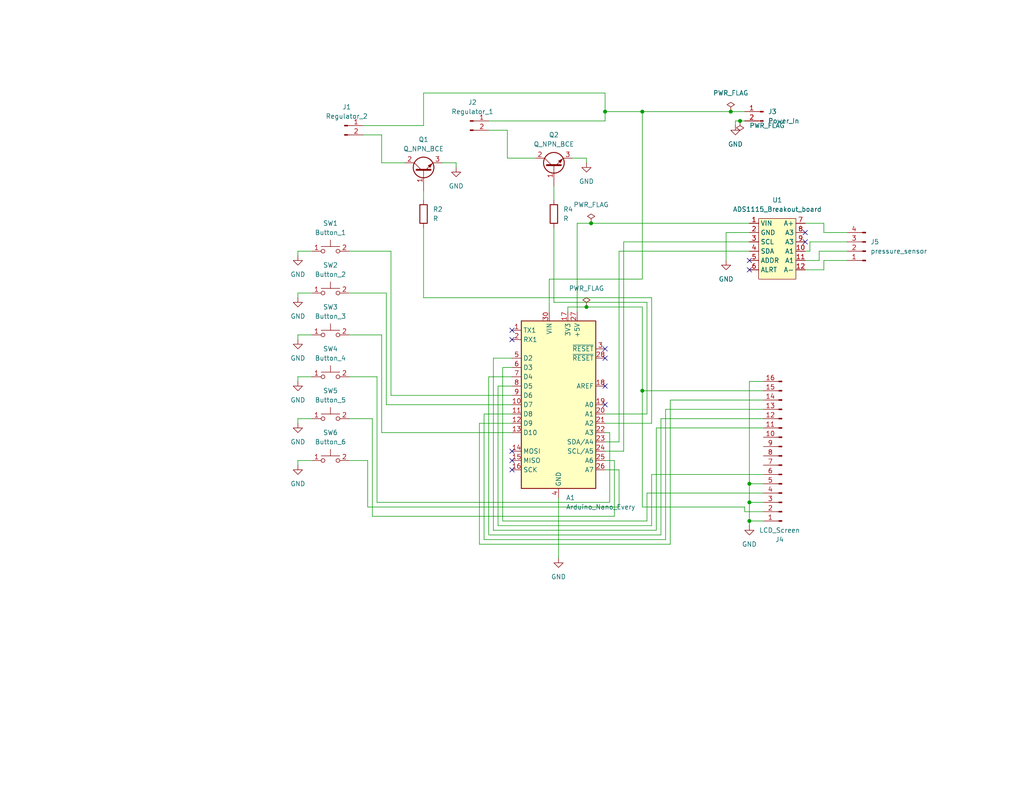
<source format=kicad_sch>
(kicad_sch (version 20211123) (generator eeschema)
  (paper "A")
  (title_block (title "Bike Pump") (date "2023-03-07") (rev "V1"))
  (lib_symbols
    (symbol "Conn_01x02_Male_1" (pin_names (offset 1.016) hide)
      (property "Reference" "J?" (at -1.27 -2.5401 0))
      (property "Value" "Power_In" (at -1.27 -0.0001 0))
      (symbol "Conn_01x02_Male_1_1_1"
        (polyline (pts (xy 1.27 -2.54) (xy 0.8636 -2.54)) (stroke (width 0.1524)))
        (polyline (pts (xy 1.27 0) (xy 0.8636 0)) (stroke (width 0.1524)))
        (rectangle (start 0.8636 -2.413) (end 0 -2.667) (stroke (width 0.1524)) (fill (type outline)))
        (rectangle (start 0.8636 0.127) (end 0 -0.127) (stroke (width 0.1524)) (fill (type outline)))
        (pin passive line (at 5.08 -2.54 180) (length 3.81) (name "-") (number "1"))
        (pin passive line (at 5.08 0 180) (length 3.81) (name "+") (number "2"))
      )
    )
    (symbol "Connector:Conn_01x02_Male" (pin_names (offset 1.016) hide)
      (property "Reference" "J" (at 0 2.54 0))
      (property "Value" "Conn_01x02_Male" (at 0 -5.08 0))
      (symbol "Conn_01x02_Male_1_1"
        (polyline (pts (xy 1.27 -2.54) (xy 0.8636 -2.54)) (stroke (width 0.1524)))
        (polyline (pts (xy 1.27 0) (xy 0.8636 0)) (stroke (width 0.1524)))
        (rectangle (start 0.8636 -2.413) (end 0 -2.667) (stroke (width 0.1524)) (fill (type outline)))
        (rectangle (start 0.8636 0.127) (end 0 -0.127) (stroke (width 0.1524)) (fill (type outline)))
        (pin passive line (at 5.08 0 180) (length 3.81) (name "Pin_1") (number "1"))
        (pin passive line (at 5.08 -2.54 180) (length 3.81) (name "Pin_2") (number "2"))
      )
    )
    (symbol "Connector:Conn_01x04_Male" (pin_names (offset 1.016) hide)
      (property "Reference" "J" (at 0 5.08 0))
      (property "Value" "Conn_01x04_Male" (at 0 -7.62 0))
      (symbol "Conn_01x04_Male_1_1"
        (polyline (pts (xy 1.27 -5.08) (xy 0.8636 -5.08)) (stroke (width 0.1524)))
        (polyline (pts (xy 1.27 -2.54) (xy 0.8636 -2.54)) (stroke (width 0.1524)))
        (polyline (pts (xy 1.27 0) (xy 0.8636 0)) (stroke (width 0.1524)))
        (polyline (pts (xy 1.27 2.54) (xy 0.8636 2.54)) (stroke (width 0.1524)))
        (rectangle (start 0.8636 -4.953) (end 0 -5.207) (stroke (width 0.1524)) (fill (type outline)))
        (rectangle (start 0.8636 -2.413) (end 0 -2.667) (stroke (width 0.1524)) (fill (type outline)))
        (rectangle (start 0.8636 0.127) (end 0 -0.127) (stroke (width 0.1524)) (fill (type outline)))
        (rectangle (start 0.8636 2.667) (end 0 2.413) (stroke (width 0.1524)) (fill (type outline)))
        (pin passive line (at 5.08 2.54 180) (length 3.81) (name "Pin_1") (number "1"))
        (pin passive line (at 5.08 0 180) (length 3.81) (name "Pin_2") (number "2"))
        (pin passive line (at 5.08 -2.54 180) (length 3.81) (name "Pin_3") (number "3"))
        (pin passive line (at 5.08 -5.08 180) (length 3.81) (name "Pin_4") (number "4"))
      )
    )
    (symbol "Connector:Conn_01x16_Male" (pin_names (offset 1.016) hide)
      (property "Reference" "J" (at 0 20.32 0))
      (property "Value" "Conn_01x16_Male" (at 0 -22.86 0))
      (symbol "Conn_01x16_Male_1_1"
        (polyline (pts (xy 1.27 -20.32) (xy 0.8636 -20.32)) (stroke (width 0.1524)))
        (polyline (pts (xy 1.27 -17.78) (xy 0.8636 -17.78)) (stroke (width 0.1524)))
        (polyline (pts (xy 1.27 -15.24) (xy 0.8636 -15.24)) (stroke (width 0.1524)))
        (polyline (pts (xy 1.27 -12.7) (xy 0.8636 -12.7)) (stroke (width 0.1524)))
        (polyline (pts (xy 1.27 -10.16) (xy 0.8636 -10.16)) (stroke (width 0.1524)))
        (polyline (pts (xy 1.27 -7.62) (xy 0.8636 -7.62)) (stroke (width 0.1524)))
        (polyline (pts (xy 1.27 -5.08) (xy 0.8636 -5.08)) (stroke (width 0.1524)))
        (polyline (pts (xy 1.27 -2.54) (xy 0.8636 -2.54)) (stroke (width 0.1524)))
        (polyline (pts (xy 1.27 0) (xy 0.8636 0)) (stroke (width 0.1524)))
        (polyline (pts (xy 1.27 2.54) (xy 0.8636 2.54)) (stroke (width 0.1524)))
        (polyline (pts (xy 1.27 5.08) (xy 0.8636 5.08)) (stroke (width 0.1524)))
        (polyline (pts (xy 1.27 7.62) (xy 0.8636 7.62)) (stroke (width 0.1524)))
        (polyline (pts (xy 1.27 10.16) (xy 0.8636 10.16)) (stroke (width 0.1524)))
        (polyline (pts (xy 1.27 12.7) (xy 0.8636 12.7)) (stroke (width 0.1524)))
        (polyline (pts (xy 1.27 15.24) (xy 0.8636 15.24)) (stroke (width 0.1524)))
        (polyline (pts (xy 1.27 17.78) (xy 0.8636 17.78)) (stroke (width 0.1524)))
        (rectangle (start 0.8636 -20.193) (end 0 -20.447) (stroke (width 0.1524)) (fill (type outline)))
        (rectangle (start 0.8636 -17.653) (end 0 -17.907) (stroke (width 0.1524)) (fill (type outline)))
        (rectangle (start 0.8636 -15.113) (end 0 -15.367) (stroke (width 0.1524)) (fill (type outline)))
        (rectangle (start 0.8636 -12.573) (end 0 -12.827) (stroke (width 0.1524)) (fill (type outline)))
        (rectangle (start 0.8636 -10.033) (end 0 -10.287) (stroke (width 0.1524)) (fill (type outline)))
        (rectangle (start 0.8636 -7.493) (end 0 -7.747) (stroke (width 0.1524)) (fill (type outline)))
        (rectangle (start 0.8636 -4.953) (end 0 -5.207) (stroke (width 0.1524)) (fill (type outline)))
        (rectangle (start 0.8636 -2.413) (end 0 -2.667) (stroke (width 0.1524)) (fill (type outline)))
        (rectangle (start 0.8636 0.127) (end 0 -0.127) (stroke (width 0.1524)) (fill (type outline)))
        (rectangle (start 0.8636 2.667) (end 0 2.413) (stroke (width 0.1524)) (fill (type outline)))
        (rectangle (start 0.8636 5.207) (end 0 4.953) (stroke (width 0.1524)) (fill (type outline)))
        (rectangle (start 0.8636 7.747) (end 0 7.493) (stroke (width 0.1524)) (fill (type outline)))
        (rectangle (start 0.8636 10.287) (end 0 10.033) (stroke (width 0.1524)) (fill (type outline)))
        (rectangle (start 0.8636 12.827) (end 0 12.573) (stroke (width 0.1524)) (fill (type outline)))
        (rectangle (start 0.8636 15.367) (end 0 15.113) (stroke (width 0.1524)) (fill (type outline)))
        (rectangle (start 0.8636 17.907) (end 0 17.653) (stroke (width 0.1524)) (fill (type outline)))
        (pin passive line (at 5.08 17.78 180) (length 3.81) (name "Pin_1") (number "1"))
        (pin passive line (at 5.08 -5.08 180) (length 3.81) (name "Pin_10") (number "10"))
        (pin passive line (at 5.08 -7.62 180) (length 3.81) (name "Pin_11") (number "11"))
        (pin passive line (at 5.08 -10.16 180) (length 3.81) (name "Pin_12") (number "12"))
        (pin passive line (at 5.08 -12.7 180) (length 3.81) (name "Pin_13") (number "13"))
        (pin passive line (at 5.08 -15.24 180) (length 3.81) (name "Pin_14") (number "14"))
        (pin passive line (at 5.08 -17.78 180) (length 3.81) (name "Pin_15") (number "15"))
        (pin passive line (at 5.08 -20.32 180) (length 3.81) (name "Pin_16") (number "16"))
        (pin passive line (at 5.08 15.24 180) (length 3.81) (name "Pin_2") (number "2"))
        (pin passive line (at 5.08 12.7 180) (length 3.81) (name "Pin_3") (number "3"))
        (pin passive line (at 5.08 10.16 180) (length 3.81) (name "Pin_4") (number "4"))
        (pin passive line (at 5.08 7.62 180) (length 3.81) (name "Pin_5") (number "5"))
        (pin passive line (at 5.08 5.08 180) (length 3.81) (name "Pin_6") (number "6"))
        (pin passive line (at 5.08 2.54 180) (length 3.81) (name "Pin_7") (number "7"))
        (pin passive line (at 5.08 0 180) (length 3.81) (name "Pin_8") (number "8"))
        (pin passive line (at 5.08 -2.54 180) (length 3.81) (name "Pin_9") (number "9"))
      )
    )
    (symbol "Device:Q_NPN_BCE" (pin_names (offset 0) hide)
      (property "Reference" "Q" (at 5.08 1.27 0))
      (property "Value" "Q_NPN_BCE" (at 5.08 -1.27 0))
      (symbol "Q_NPN_BCE_0_1"
        (polyline (pts (xy 0.635 0.635) (xy 2.54 2.54)))
        (polyline (pts (xy 0.635 -0.635) (xy 2.54 -2.54) (xy 2.54 -2.54)))
        (polyline (pts (xy 0.635 1.905) (xy 0.635 -1.905) (xy 0.635 -1.905)) (stroke (width 0.508)))
        (polyline (pts (xy 1.27 -1.778) (xy 1.778 -1.27) (xy 2.286 -2.286) (xy 1.27 -1.778) (xy 1.27 -1.778)) (fill (type outline)))
        (circle (center 1.27 0) (radius 2.8194) (stroke (width 0.254)))
      )
      (symbol "Q_NPN_BCE_1_1"
        (pin input line (at -5.08 0 0) (length 5.715) (name "B") (number "1"))
        (pin passive line (at 2.54 5.08 270) (length 2.54) (name "C") (number "2"))
        (pin passive line (at 2.54 -5.08 90) (length 2.54) (name "E") (number "3"))
      )
    )
    (symbol "Device:R" (pin_numbers hide) (pin_names (offset 0))
      (property "Reference" "R" (at 2.032 0 90))
      (property "Value" "R" (at 0 0 90))
      (symbol "R_0_1"
        (rectangle (start -1.016 -2.54) (end 1.016 2.54) (stroke (width 0.254)))
      )
      (symbol "R_1_1"
        (pin passive line (at 0 3.81 270) (length 1.27) (name "~") (number "1"))
        (pin passive line (at 0 -3.81 90) (length 1.27) (name "~") (number "2"))
      )
    )
    (symbol "MCU_Module:Arduino_Nano_Every"
      (property "Reference" "A" (at -10.16 23.495 0))
      (property "Value" "Arduino_Nano_Every" (at 5.08 -24.13 0))
      (symbol "Arduino_Nano_Every_0_1"
        (rectangle (start -10.16 22.86) (end 10.16 -22.86) (stroke (width 0.254)) (fill (type background)))
      )
      (symbol "Arduino_Nano_Every_1_1"
        (pin bidirectional line (at -12.7 20.32 0) (length 2.54) (name "TX1") (number "1"))
        (pin bidirectional line (at -12.7 0 0) (length 2.54) (name "D7") (number "10"))
        (pin bidirectional line (at -12.7 -2.54 0) (length 2.54) (name "D8") (number "11"))
        (pin bidirectional line (at -12.7 -5.08 0) (length 2.54) (name "D9") (number "12"))
        (pin bidirectional line (at -12.7 -7.62 0) (length 2.54) (name "D10") (number "13"))
        (pin bidirectional line (at -12.7 -12.7 0) (length 2.54) (name "MOSI") (number "14"))
        (pin bidirectional line (at -12.7 -15.24 0) (length 2.54) (name "MISO") (number "15"))
        (pin bidirectional line (at -12.7 -17.78 0) (length 2.54) (name "SCK") (number "16"))
        (pin power_out line (at 2.54 25.4 270) (length 2.54) (name "3V3") (number "17"))
        (pin input line (at 12.7 5.08 180) (length 2.54) (name "AREF") (number "18"))
        (pin bidirectional line (at 12.7 0 180) (length 2.54) (name "A0") (number "19"))
        (pin bidirectional line (at -12.7 17.78 0) (length 2.54) (name "RX1") (number "2"))
        (pin bidirectional line (at 12.7 -2.54 180) (length 2.54) (name "A1") (number "20"))
        (pin bidirectional line (at 12.7 -5.08 180) (length 2.54) (name "A2") (number "21"))
        (pin bidirectional line (at 12.7 -7.62 180) (length 2.54) (name "A3") (number "22"))
        (pin bidirectional line (at 12.7 -10.16 180) (length 2.54) (name "SDA/A4") (number "23"))
        (pin bidirectional line (at 12.7 -12.7 180) (length 2.54) (name "SCL/A5") (number "24"))
        (pin bidirectional line (at 12.7 -15.24 180) (length 2.54) (name "A6") (number "25"))
        (pin bidirectional line (at 12.7 -17.78 180) (length 2.54) (name "A7") (number "26"))
        (pin power_out line (at 5.08 25.4 270) (length 2.54) (name "+5V") (number "27"))
        (pin input line (at 12.7 12.7 180) (length 2.54) (name "~{RESET}") (number "28"))
        (pin passive line (at 0 -25.4 90) (length 2.54) hide (name "GND") (number "29"))
        (pin input line (at 12.7 15.24 180) (length 2.54) (name "~{RESET}") (number "3"))
        (pin power_in line (at -2.54 25.4 270) (length 2.54) (name "VIN") (number "30"))
        (pin power_in line (at 0 -25.4 90) (length 2.54) (name "GND") (number "4"))
        (pin bidirectional line (at -12.7 12.7 0) (length 2.54) (name "D2") (number "5"))
        (pin bidirectional line (at -12.7 10.16 0) (length 2.54) (name "D3") (number "6"))
        (pin bidirectional line (at -12.7 7.62 0) (length 2.54) (name "D4") (number "7"))
        (pin bidirectional line (at -12.7 5.08 0) (length 2.54) (name "D5") (number "8"))
        (pin bidirectional line (at -12.7 2.54 0) (length 2.54) (name "D6") (number "9"))
      )
    )
    (symbol "SW_MEC_5G_1" (pin_names (offset 1.016) hide)
      (property "Reference" "SW2" (at 0 7.62 0))
      (property "Value" "Button_2" (at 0 5.08 0))
      (symbol "SW_MEC_5G_1_0_1"
        (circle (center -2.032 0) (radius 0.508))
        (polyline (pts (xy 0 1.27) (xy 0 3.048)))
        (polyline (pts (xy 2.54 1.27) (xy -2.54 1.27)))
        (circle (center 2.032 0) (radius 0.508))
        (pin passive line (at -5.08 0 0) (length 2.54) (name "A") (number "1"))
        (pin passive line (at 5.08 0 180) (length 2.54) (name "2") (number "2"))
      )
      (symbol "SW_MEC_5G_1_1_1"
        (pin passive line (at -5.08 0 0) (length 2.54) hide (name "A") (number "1"))
        (pin passive line (at 5.08 0 180) (length 2.54) hide (name "B") (number "2"))
      )
    )
    (symbol "SW_Push_1" (pin_names (offset 1.016) hide)
      (property "Reference" "SW" (at 1.27 2.54 0))
      (property "Value" "SW_Push_1" (at 0 -1.524 0))
      (symbol "SW_Push_1_0_1"
        (circle (center -2.032 0) (radius 0.508))
        (polyline (pts (xy 0 1.27) (xy 0 3.048)))
        (polyline (pts (xy 2.54 1.27) (xy -2.54 1.27)))
        (circle (center 2.032 0) (radius 0.508))
        (pin passive line (at -5.08 0 0) (length 2.54) (name "1") (number "1"))
        (pin passive line (at 5.08 0 180) (length 2.54) (name "2") (number "2"))
      )
    )
    (symbol "SW_Push_2" (pin_names (offset 1.016) hide)
      (property "Reference" "SW" (at 1.27 2.54 0))
      (property "Value" "SW_Push_2" (at 0 -1.524 0))
      (symbol "SW_Push_2_0_1"
        (circle (center -2.032 0) (radius 0.508))
        (polyline (pts (xy 0 1.27) (xy 0 3.048)))
        (polyline (pts (xy 2.54 1.27) (xy -2.54 1.27)))
        (circle (center 2.032 0) (radius 0.508))
        (pin passive line (at -5.08 0 0) (length 2.54) (name "1") (number "1"))
        (pin passive line (at 5.08 0 180) (length 2.54) (name "2") (number "2"))
      )
    )
    (symbol "SW_Push_3" (pin_names (offset 1.016) hide)
      (property "Reference" "SW" (at 1.27 2.54 0))
      (property "Value" "SW_Push_3" (at 0 -1.524 0))
      (symbol "SW_Push_3_0_1"
        (circle (center -2.032 0) (radius 0.508))
        (polyline (pts (xy 0 1.27) (xy 0 3.048)))
        (polyline (pts (xy 2.54 1.27) (xy -2.54 1.27)))
        (circle (center 2.032 0) (radius 0.508))
        (pin passive line (at -5.08 0 0) (length 2.54) (name "1") (number "1"))
        (pin passive line (at 5.08 0 180) (length 2.54) (name "2") (number "2"))
      )
    )
    (symbol "SW_Push_4" (pin_names (offset 1.016) hide)
      (property "Reference" "SW" (at 1.27 2.54 0))
      (property "Value" "SW_Push_4" (at 0 -1.524 0))
      (symbol "SW_Push_4_0_1"
        (circle (center -2.032 0) (radius 0.508))
        (polyline (pts (xy 0 1.27) (xy 0 3.048)))
        (polyline (pts (xy 2.54 1.27) (xy -2.54 1.27)))
        (circle (center 2.032 0) (radius 0.508))
        (pin passive line (at -5.08 0 0) (length 2.54) (name "1") (number "1"))
        (pin passive line (at 5.08 0 180) (length 2.54) (name "2") (number "2"))
      )
    )
    (symbol "Switch:SW_Push" (pin_names (offset 1.016) hide)
      (property "Reference" "SW" (at 1.27 2.54 0))
      (property "Value" "SW_Push" (at 0 -1.524 0))
      (symbol "SW_Push_0_1"
        (circle (center -2.032 0) (radius 0.508))
        (polyline (pts (xy 0 1.27) (xy 0 3.048)))
        (polyline (pts (xy 2.54 1.27) (xy -2.54 1.27)))
        (circle (center 2.032 0) (radius 0.508))
        (pin passive line (at -5.08 0 0) (length 2.54) (name "1") (number "1"))
        (pin passive line (at 5.08 0 180) (length 2.54) (name "2") (number "2"))
      )
    )
    (symbol "adafruit_ADS1115:ADS1115_Breakout_board"
      (property "Reference" "U" (at 0 10.16 0))
      (property "Value" "ADS1115_Breakout_board" (at 0 -10.16 0))
      (symbol "ADS1115_Breakout_board_0_1"
        (rectangle (start -5.08 7.62) (end 5.08 -8.89) (fill (type background)))
      )
      (symbol "ADS1115_Breakout_board_1_1"
        (pin input line (at -7.62 6.35 0) (length 2.54) (name "VIN") (number "1"))
        (pin input line (at 7.62 -1.27 180) (length 2.54) (name "A1") (number "10"))
        (pin input line (at 7.62 -3.81 180) (length 2.54) (name "A1") (number "11"))
        (pin input line (at 7.62 -6.35 180) (length 2.54) (name "A-") (number "12"))
        (pin input line (at -7.62 3.81 0) (length 2.54) (name "GND") (number "2"))
        (pin input line (at -7.62 1.27 0) (length 2.54) (name "SCL") (number "3"))
        (pin input line (at -7.62 -1.27 0) (length 2.54) (name "SDA") (number "4"))
        (pin input line (at -7.62 -3.81 0) (length 2.54) (name "ADDR") (number "5"))
        (pin input line (at -7.62 -6.35 0) (length 2.54) (name "ALRT") (number "6"))
        (pin input line (at 7.62 6.35 180) (length 2.54) (name "A+") (number "7"))
        (pin input line (at 7.62 3.81 180) (length 2.54) (name "A3") (number "8"))
        (pin input line (at 7.62 1.27 180) (length 2.54) (name "A3") (number "9"))
      )
    )
    (symbol "power:GND" (power) (pin_names (offset 0))
      (property "Value" "GND" (at 0 -3.81 0))
      (symbol "GND_0_1"
        (polyline (pts (xy 0 0) (xy 0 -1.27) (xy 1.27 -1.27) (xy 0 -2.54) (xy -1.27 -1.27) (xy 0 -1.27)))
      )
      (symbol "GND_1_1"
        (pin power_in line (at 0 0 270) (length 0) hide (name "GND") (number "1"))
      )
    )
    (symbol "power:PWR_FLAG" (power) (pin_numbers hide) (pin_names (offset 0) hide)
      (property "Value" "PWR_FLAG" (at 0 3.81 0))
      (symbol "PWR_FLAG_0_0"
        (pin power_out line (at 0 0 90) (length 0) (name "pwr") (number "1"))
      )
      (symbol "PWR_FLAG_0_1"
        (polyline (pts (xy 0 0) (xy 0 1.27) (xy -1.016 1.905) (xy 0 2.54) (xy 1.016 1.905) (xy 0 1.27)))
      )
    )
  )
  (junction (at 204.47 142.24))
  (junction (at 199.39 30.48))
  (junction (at 175.26 30.48))
  (junction (at 204.47 137.16))
  (junction (at 204.47 132.08))
  (junction (at 201.93 33.02))
  (junction (at 161.29 60.96))
  (junction (at 175.26 106.68))
  (junction (at 165.1 30.48))
  (junction (at 160.02 83.82))
  (no_connect (at 219.71 63.5))
  (no_connect (at 165.1 110.49))
  (no_connect (at 139.7 128.27))
  (no_connect (at 139.7 123.19))
  (no_connect (at 139.7 90.17))
  (no_connect (at 204.47 71.12))
  (no_connect (at 139.7 125.73))
  (no_connect (at 165.1 95.25))
  (no_connect (at 165.1 105.41))
  (no_connect (at 165.1 97.79))
  (no_connect (at 139.7 92.71))
  (no_connect (at 204.47 73.66))
  (no_connect (at 219.71 66.04))
  (wire (pts (xy 165.1 123.19) (xy 170.18 123.19)))
  (wire (pts (xy 106.68 68.58) (xy 95.25 68.58)))
  (wire (pts (xy 166.37 137.16) (xy 102.87 137.16)))
  (wire (pts (xy 203.2 33.02) (xy 201.93 33.02)))
  (wire (pts (xy 135.89 143.51) (xy 135.89 105.41)))
  (wire (pts (xy 115.57 81.28) (xy 177.8 81.28)))
  (wire (pts (xy 199.39 30.48) (xy 175.26 30.48)))
  (wire (pts (xy 204.47 142.24) (xy 204.47 143.51)))
  (wire (pts (xy 102.87 102.87) (xy 95.25 102.87)))
  (wire (pts (xy 81.28 102.87) (xy 85.09 102.87)))
  (wire (pts (xy 208.28 142.24) (xy 204.47 142.24)))
  (wire (pts (xy 168.91 138.43) (xy 100.33 138.43)))
  (wire (pts (xy 180.34 114.3) (xy 208.28 114.3)))
  (wire (pts (xy 208.28 129.54) (xy 177.8 129.54)))
  (wire (pts (xy 104.14 91.44) (xy 95.25 91.44)))
  (wire (pts (xy 177.8 81.28) (xy 177.8 115.57)))
  (wire (pts (xy 137.16 142.24) (xy 137.16 100.33)))
  (wire (pts (xy 81.28 68.58) (xy 85.09 68.58)))
  (wire (pts (xy 130.81 115.57) (xy 130.81 148.59)))
  (wire (pts (xy 208.28 132.08) (xy 204.47 132.08)))
  (wire (pts (xy 81.28 80.01) (xy 85.09 80.01)))
  (wire (pts (xy 167.64 140.97) (xy 101.6 140.97)))
  (wire (pts (xy 139.7 118.11) (xy 104.14 118.11)))
  (wire (pts (xy 177.8 143.51) (xy 135.89 143.51)))
  (wire (pts (xy 208.28 116.84) (xy 179.07 116.84)))
  (wire (pts (xy 175.26 30.48) (xy 175.26 76.2)))
  (wire (pts (xy 224.79 63.5) (xy 224.79 60.96)))
  (wire (pts (xy 157.48 60.96) (xy 157.48 85.09)))
  (wire (pts (xy 167.64 125.73) (xy 167.64 140.97)))
  (wire (pts (xy 165.1 128.27) (xy 168.91 128.27)))
  (wire (pts (xy 104.14 44.45) (xy 110.49 44.45)))
  (wire (pts (xy 168.91 120.65) (xy 165.1 120.65)))
  (wire (pts (xy 130.81 148.59) (xy 182.88 148.59)))
  (wire (pts (xy 208.28 104.14) (xy 204.47 104.14)))
  (wire (pts (xy 154.94 83.82) (xy 154.94 85.09)))
  (wire (pts (xy 149.86 76.2) (xy 149.86 85.09)))
  (wire (pts (xy 220.98 66.04) (xy 220.98 68.58)))
  (wire (pts (xy 133.35 146.05) (xy 180.34 146.05)))
  (wire (pts (xy 99.06 36.83) (xy 104.14 36.83)))
  (wire (pts (xy 204.47 68.58) (xy 168.91 68.58)))
  (wire (pts (xy 198.12 63.5) (xy 204.47 63.5)))
  (wire (pts (xy 139.7 113.03) (xy 132.08 113.03)))
  (wire (pts (xy 100.33 125.73) (xy 95.25 125.73)))
  (wire (pts (xy 104.14 118.11) (xy 104.14 91.44)))
  (wire (pts (xy 177.8 129.54) (xy 177.8 143.51)))
  (wire (pts (xy 133.35 102.87) (xy 133.35 146.05)))
  (wire (pts (xy 168.91 128.27) (xy 168.91 138.43)))
  (wire (pts (xy 176.53 113.03) (xy 165.1 113.03)))
  (wire (pts (xy 175.26 138.43) (xy 203.2 138.43)))
  (wire (pts (xy 231.14 68.58) (xy 223.52 68.58)))
  (wire (pts (xy 200.66 33.02) (xy 200.66 34.29)))
  (wire (pts (xy 100.33 138.43) (xy 100.33 125.73)))
  (wire (pts (xy 81.28 127) (xy 81.28 125.73)))
  (wire (pts (xy 208.28 139.7) (xy 203.2 139.7)))
  (wire (pts (xy 132.08 113.03) (xy 132.08 147.32)))
  (wire (pts (xy 165.1 125.73) (xy 167.64 125.73)))
  (wire (pts (xy 170.18 66.04) (xy 204.47 66.04)))
  (wire (pts (xy 224.79 60.96) (xy 219.71 60.96)))
  (wire (pts (xy 180.34 114.3) (xy 180.34 146.05)))
  (wire (pts (xy 115.57 62.23) (xy 115.57 81.28)))
  (wire (pts (xy 181.61 111.76) (xy 208.28 111.76)))
  (wire (pts (xy 161.29 60.96) (xy 157.48 60.96)))
  (wire (pts (xy 160.02 43.18) (xy 160.02 44.45)))
  (wire (pts (xy 165.1 118.11) (xy 166.37 118.11)))
  (wire (pts (xy 175.26 106.68) (xy 175.26 83.82)))
  (wire (pts (xy 181.61 147.32) (xy 181.61 111.76)))
  (wire (pts (xy 134.62 97.79) (xy 139.7 97.79)))
  (wire (pts (xy 81.28 114.3) (xy 81.28 115.57)))
  (wire (pts (xy 176.53 134.62) (xy 176.53 142.24)))
  (wire (pts (xy 139.7 107.95) (xy 106.68 107.95)))
  (wire (pts (xy 137.16 100.33) (xy 139.7 100.33)))
  (wire (pts (xy 182.88 109.22) (xy 208.28 109.22)))
  (wire (pts (xy 133.35 35.56) (xy 138.43 35.56)))
  (wire (pts (xy 231.14 63.5) (xy 224.79 63.5)))
  (wire (pts (xy 102.87 137.16) (xy 102.87 102.87)))
  (wire (pts (xy 115.57 52.07) (xy 115.57 54.61)))
  (wire (pts (xy 223.52 68.58) (xy 223.52 71.12)))
  (wire (pts (xy 105.41 110.49) (xy 105.41 80.01)))
  (wire (pts (xy 176.53 82.55) (xy 176.53 113.03)))
  (wire (pts (xy 152.4 135.89) (xy 152.4 152.4)))
  (wire (pts (xy 135.89 105.41) (xy 139.7 105.41)))
  (wire (pts (xy 104.14 36.83) (xy 104.14 44.45)))
  (wire (pts (xy 139.7 115.57) (xy 130.81 115.57)))
  (wire (pts (xy 81.28 92.71) (xy 81.28 91.44)))
  (wire (pts (xy 160.02 83.82) (xy 154.94 83.82)))
  (wire (pts (xy 179.07 144.78) (xy 134.62 144.78)))
  (wire (pts (xy 224.79 71.12) (xy 224.79 73.66)))
  (wire (pts (xy 138.43 43.18) (xy 146.05 43.18)))
  (wire (pts (xy 201.93 33.02) (xy 200.66 33.02)))
  (wire (pts (xy 179.07 116.84) (xy 179.07 144.78)))
  (wire (pts (xy 219.71 71.12) (xy 223.52 71.12)))
  (wire (pts (xy 165.1 25.4) (xy 115.57 25.4)))
  (wire (pts (xy 203.2 30.48) (xy 199.39 30.48)))
  (wire (pts (xy 165.1 30.48) (xy 165.1 25.4)))
  (wire (pts (xy 198.12 71.12) (xy 198.12 63.5)))
  (wire (pts (xy 231.14 71.12) (xy 224.79 71.12)))
  (wire (pts (xy 177.8 115.57) (xy 165.1 115.57)))
  (wire (pts (xy 106.68 107.95) (xy 106.68 68.58)))
  (wire (pts (xy 182.88 148.59) (xy 182.88 109.22)))
  (wire (pts (xy 208.28 137.16) (xy 204.47 137.16)))
  (wire (pts (xy 165.1 33.02) (xy 133.35 33.02)))
  (wire (pts (xy 151.13 62.23) (xy 151.13 82.55)))
  (wire (pts (xy 231.14 66.04) (xy 220.98 66.04)))
  (wire (pts (xy 138.43 35.56) (xy 138.43 43.18)))
  (wire (pts (xy 139.7 102.87) (xy 133.35 102.87)))
  (wire (pts (xy 151.13 50.8) (xy 151.13 54.61)))
  (wire (pts (xy 156.21 43.18) (xy 160.02 43.18)))
  (wire (pts (xy 85.09 114.3) (xy 81.28 114.3)))
  (wire (pts (xy 170.18 123.19) (xy 170.18 66.04)))
  (wire (pts (xy 175.26 106.68) (xy 208.28 106.68)))
  (wire (pts (xy 166.37 118.11) (xy 166.37 137.16)))
  (wire (pts (xy 139.7 110.49) (xy 105.41 110.49)))
  (wire (pts (xy 151.13 82.55) (xy 176.53 82.55)))
  (wire (pts (xy 105.41 80.01) (xy 95.25 80.01)))
  (wire (pts (xy 81.28 125.73) (xy 85.09 125.73)))
  (wire (pts (xy 81.28 69.85) (xy 81.28 68.58)))
  (wire (pts (xy 175.26 138.43) (xy 175.26 106.68)))
  (wire (pts (xy 176.53 142.24) (xy 137.16 142.24)))
  (wire (pts (xy 120.65 44.45) (xy 124.46 44.45)))
  (wire (pts (xy 81.28 104.14) (xy 81.28 102.87)))
  (wire (pts (xy 204.47 104.14) (xy 204.47 132.08)))
  (wire (pts (xy 224.79 73.66) (xy 219.71 73.66)))
  (wire (pts (xy 204.47 60.96) (xy 161.29 60.96)))
  (wire (pts (xy 204.47 132.08) (xy 204.47 137.16)))
  (wire (pts (xy 203.2 139.7) (xy 203.2 138.43)))
  (wire (pts (xy 124.46 44.45) (xy 124.46 45.72)))
  (wire (pts (xy 175.26 30.48) (xy 165.1 30.48)))
  (wire (pts (xy 175.26 83.82) (xy 160.02 83.82)))
  (wire (pts (xy 168.91 68.58) (xy 168.91 120.65)))
  (wire (pts (xy 208.28 134.62) (xy 176.53 134.62)))
  (wire (pts (xy 115.57 34.29) (xy 99.06 34.29)))
  (wire (pts (xy 175.26 76.2) (xy 149.86 76.2)))
  (wire (pts (xy 132.08 147.32) (xy 181.61 147.32)))
  (wire (pts (xy 81.28 81.28) (xy 81.28 80.01)))
  (wire (pts (xy 101.6 114.3) (xy 95.25 114.3)))
  (wire (pts (xy 101.6 140.97) (xy 101.6 114.3)))
  (wire (pts (xy 115.57 25.4) (xy 115.57 34.29)))
  (wire (pts (xy 204.47 137.16) (xy 204.47 142.24)))
  (wire (pts (xy 81.28 91.44) (xy 85.09 91.44)))
  (wire (pts (xy 134.62 144.78) (xy 134.62 97.79)))
  (wire (pts (xy 165.1 30.48) (xy 165.1 33.02)))
  (wire (pts (xy 219.71 68.58) (xy 220.98 68.58)))
  (symbol (lib_id "power:GND") (at 81.28 127 0) (unit 1)
    (property "Reference" "#PWR0105" (effects hide))
    (property "Value" "GND" (at 81.28 132.08 0))
  )
  (symbol (lib_id "power:GND") (at 81.28 81.28 0) (unit 1)
    (property "Reference" "#PWR0104" (effects hide))
    (property "Value" "GND" (at 81.28 86.36 0))
  )
  (symbol (lib_id "power:GND") (at 81.28 69.85 0) (unit 1)
    (property "Reference" "#PWR0109" (effects hide))
    (property "Value" "GND" (at 81.28 74.93 0))
  )
  (symbol (lib_id "power:PWR_FLAG") (at 199.39 30.48 0) (unit 1)
    (property "Reference" "#FLG0104" (effects hide))
    (property "Value" "PWR_FLAG" (at 199.39 25.4 0))
  )
  (symbol (lib_id "power:GND") (at 81.28 115.57 0) (unit 1)
    (property "Reference" "#PWR0106" (effects hide))
    (property "Value" "GND" (at 81.28 120.65 0))
  )
  (symbol (lib_id "Connector:Conn_01x04_Male") (at 236.22 68.58 180) (unit 1)
    (property "Reference" "J5" (at 237.49 66.0399 0) (effects (justify right)))
    (property "Value" "pressure_sensor" (at 237.49 68.5799 0) (effects (justify right)))
    (property "Footprint" "Connector_Wire:SolderWire-0.25sqmm_1x04_P4.5mm_D0.65mm_OD2mm" (effects hide))
  )
  (symbol (lib_id "power:GND") (at 81.28 104.14 0) (unit 1)
    (property "Reference" "#PWR0102" (effects hide))
    (property "Value" "GND" (at 81.28 109.22 0))
  )
  (symbol (lib_id "power:PWR_FLAG") (at 161.29 60.96 0) (unit 1)
    (property "Reference" "#FLG0102" (effects hide))
    (property "Value" "PWR_FLAG" (at 161.29 55.88 0))
  )
  (symbol (lib_id "power:GND") (at 160.02 44.45 0) (unit 1)
    (property "Reference" "#PWR0108" (effects hide))
    (property "Value" "GND" (at 160.02 49.53 0))
  )
  (symbol (lib_id "Connector:Conn_01x02_Male") (at 93.98 34.29 0) (unit 1)
    (property "Reference" "J1" (at 94.615 29.21 0))
    (property "Value" "Regulator_2" (at 94.615 31.75 0))
    (property "Footprint" "Connector_Wire:SolderWire-0.5sqmm_1x02_P4.6mm_D0.9mm_OD2.1mm" (effects hide))
  )
  (symbol (lib_name "SW_Push_1") (lib_id "Switch:SW_Push") (at 90.17 91.44 0) (unit 1)
    (property "Reference" "SW3" (at 90.17 83.82 0))
    (property "Value" "Button_3" (at 90.17 86.36 0))
    (property "Footprint" "Button_Switch_THT:SW_PUSH_6mm" (effects hide))
  )
  (symbol (lib_id "power:GND") (at 200.66 34.29 0) (unit 1)
    (property "Reference" "#PWR0107" (effects hide))
    (property "Value" "GND" (at 200.66 39.37 0))
  )
  (symbol (lib_name "SW_Push_4") (lib_id "Switch:SW_Push") (at 90.17 125.73 0) (unit 1)
    (property "Reference" "SW6" (at 90.17 118.11 0))
    (property "Value" "Button_6" (at 90.17 120.65 0))
    (property "Footprint" "Button_Switch_THT:SW_PUSH_6mm" (effects hide))
  )
  (symbol (lib_id "power:PWR_FLAG") (at 160.02 83.82 0) (unit 1)
    (property "Reference" "#FLG0101" (effects hide))
    (property "Value" "PWR_FLAG" (at 160.02 78.74 0))
  )
  (symbol (lib_id "Device:R") (at 115.57 58.42 0) (unit 1)
    (property "Reference" "R2" (at 118.11 57.1499 0) (effects (justify left)))
    (property "Value" "R" (at 118.11 59.6899 0) (effects (justify left)))
    (property "Footprint" "Resistor_THT:R_Axial_DIN0207_L6.3mm_D2.5mm_P10.16mm_Horizontal" (effects hide))
  )
  (symbol (lib_id "MCU_Module:Arduino_Nano_Every") (at 152.4 110.49 0) (unit 1)
    (property "Reference" "A1" (at 154.4194 135.89 0) (effects (justify left)))
    (property "Value" "Arduino_Nano_Every" (at 154.4194 138.43 0) (effects (justify left)))
    (property "Footprint" "Module:Arduino_Nano" (effects hide))
    (property "Datasheet" "https://content.arduino.cc/assets/NANOEveryV3.0_sch.pdf" (effects hide))
  )
  (symbol (lib_id "Switch:SW_Push") (at 90.17 68.58 0) (unit 1)
    (property "Reference" "SW1" (at 90.17 60.96 0))
    (property "Value" "Button_1" (at 90.17 63.5 0))
    (property "Footprint" "Button_Switch_THT:SW_PUSH_6mm" (effects hide))
  )
  (symbol (lib_id "adafruit_ADS1115:ADS1115_Breakout_board") (at 212.09 67.31 0) (unit 1)
    (property "Reference" "U1" (at 212.09 54.61 0))
    (property "Value" "ADS1115_Breakout_board" (at 212.09 57.15 0))
    (property "Footprint" "bikePumpFootPrints:AdaFruit_ADS1115_Board" (effects hide))
  )
  (symbol (lib_id "power:GND") (at 198.12 71.12 0) (unit 1)
    (property "Reference" "#PWR0111" (effects hide))
    (property "Value" "GND" (at 198.12 76.2 0))
  )
  (symbol (lib_name "Conn_01x02_Male_1") (lib_id "Connector:Conn_01x02_Male") (at 208.28 33.02 180) (unit 1)
    (property "Reference" "J3" (at 209.55 30.4799 0) (effects (justify right)))
    (property "Value" "Power_In" (at 209.55 33.0199 0) (effects (justify right)))
    (property "Footprint" "Connector_Wire:SolderWire-0.5sqmm_1x02_P4.6mm_D0.9mm_OD2.1mm" (effects hide))
  )
  (symbol (lib_id "Device:Q_NPN_BCE") (at 115.57 46.99 90) (unit 1)
    (property "Reference" "Q1" (at 115.57 38.1 90))
    (property "Value" "Q_NPN_BCE" (at 115.57 40.64 90))
    (property "Footprint" "bikePumpFootPrints:DSS60601MZ4-13_NPN_Transitor" (effects hide))
  )
  (symbol (lib_name "SW_Push_2") (lib_id "Switch:SW_Push") (at 90.17 102.87 0) (unit 1)
    (property "Reference" "SW4" (at 90.17 95.25 0))
    (property "Value" "Button_4" (at 90.17 97.79 0))
    (property "Footprint" "Button_Switch_THT:SW_PUSH_6mm" (effects hide))
  )
  (symbol (lib_id "Device:Q_NPN_BCE") (at 151.13 45.72 90) (unit 1)
    (property "Reference" "Q2" (at 151.13 36.83 90))
    (property "Value" "Q_NPN_BCE" (at 151.13 39.37 90))
    (property "Footprint" "bikePumpFootPrints:DSS60601MZ4-13_NPN_Transitor" (effects hide))
  )
  (symbol (lib_id "power:GND") (at 152.4 152.4 0) (unit 1)
    (property "Reference" "#PWR0112" (effects hide))
    (property "Value" "GND" (at 152.4 157.48 0))
  )
  (symbol (lib_id "power:GND") (at 204.47 143.51 0) (unit 1)
    (property "Reference" "#PWR0101" (effects hide))
    (property "Value" "GND" (at 204.47 148.59 0))
  )
  (symbol (lib_id "power:GND") (at 124.46 45.72 0) (unit 1)
    (property "Reference" "#PWR0110" (effects hide))
    (property "Value" "GND" (at 124.46 50.8 0))
  )
  (symbol (lib_name "SW_MEC_5G_1") (lib_id "Switch:SW_MEC_5G") (at 90.17 80.01 0) (unit 1)
    (property "Reference" "SW2" (at 90.17 72.39 0))
    (property "Value" "Button_2" (at 90.17 74.93 0))
    (property "Footprint" "Button_Switch_THT:SW_PUSH_6mm" (effects hide))
    (property "Datasheet" "http://www.apem.com/int/index.php?controller=attachment&id_attachment=488" (effects hide))
  )
  (symbol (lib_id "Connector:Conn_01x16_Male") (at 213.36 124.46 180) (unit 1)
    (property "Reference" "J4" (at 212.725 147.32 0))
    (property "Value" "LCD_Screen" (at 212.725 144.78 0))
    (property "Footprint" "bikePumpFootPrints:LCD_Screen" (effects hide))
  )
  (symbol (lib_id "Connector:Conn_01x02_Male") (at 128.27 33.02 0) (unit 1)
    (property "Reference" "J2" (at 128.905 27.94 0))
    (property "Value" "Regulator_1" (at 128.905 30.48 0))
    (property "Footprint" "Connector_Wire:SolderWire-0.5sqmm_1x02_P4.6mm_D0.9mm_OD2.1mm" (effects hide))
  )
  (symbol (lib_id "power:GND") (at 81.28 92.71 0) (unit 1)
    (property "Reference" "#PWR0103" (effects hide))
    (property "Value" "GND" (at 81.28 97.79 0))
  )
  (symbol (lib_name "SW_Push_3") (lib_id "Switch:SW_Push") (at 90.17 114.3 0) (unit 1)
    (property "Reference" "SW5" (at 90.17 106.68 0))
    (property "Value" "Button_5" (at 90.17 109.22 0))
    (property "Footprint" "Button_Switch_THT:SW_PUSH_6mm" (effects hide))
  )
  (symbol (lib_id "power:PWR_FLAG") (at 201.93 33.02 180) (unit 1)
    (property "Reference" "#FLG0103" (effects hide))
    (property "Value" "PWR_FLAG" (at 204.47 34.2899 0) (effects (justify right)))
  )
  (symbol (lib_id "Device:R") (at 151.13 58.42 0) (unit 1)
    (property "Reference" "R4" (at 153.67 57.1499 0) (effects (justify left)))
    (property "Value" "R" (at 153.67 59.6899 0) (effects (justify left)))
    (property "Footprint" "Resistor_THT:R_Axial_DIN0207_L6.3mm_D2.5mm_P10.16mm_Horizontal" (effects hide))
  )
)
</source>
